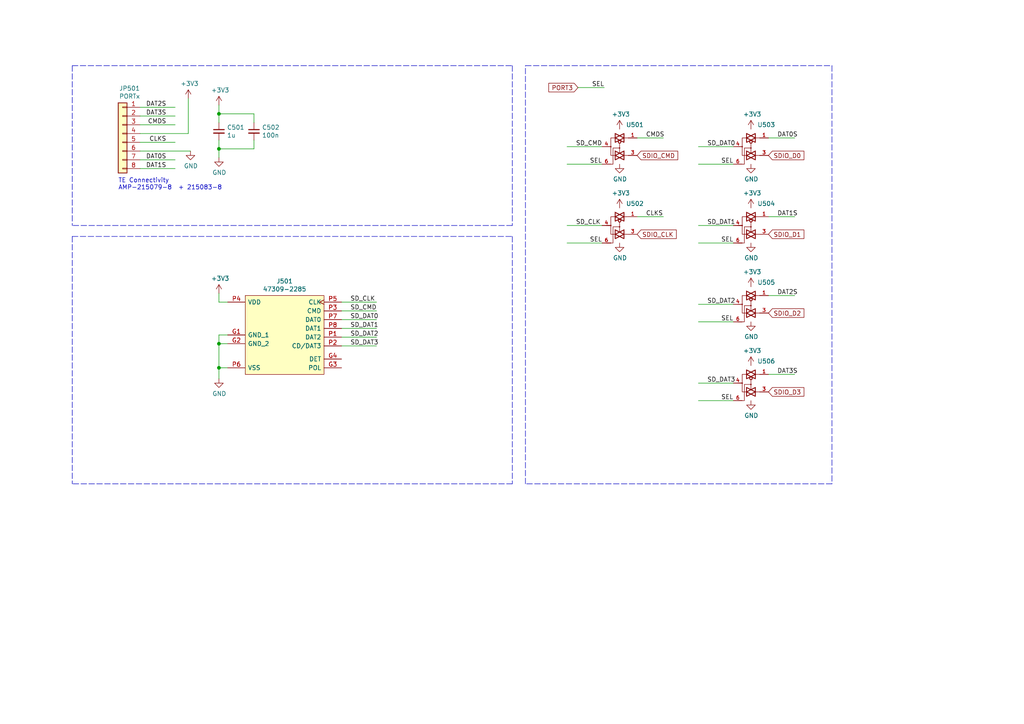
<source format=kicad_sch>
(kicad_sch (version 20200608) (host eeschema "(5.99.0-1973-g8c57821e9)")
  (page 1 9)
  (paper "A4")
  (lib_symbols
    (symbol "47309-2285:47309-2285" (pin_names (offset 0.762))
      (property "Reference" "J" (at 29.21 7.62 0))
      (property "Value" "47309-2285" (at 29.21 5.08 0))
      (symbol "47309-2285_0_1"
        (polyline (pts (xy 5.08 2.54) (xy 27.94 2.54) (xy 27.94 -20.32) (xy 5.08 -20.32) (xy 5.08 2.54)) (stroke (width 0.152)) (fill (type background)))
      )
      (symbol "47309-2285_0_0"
        (pin passive line (at 0 -8.89 0) (length 5.08) (name "GND_1") (number "G1"))
        (pin passive line (at 0 -11.43 0) (length 5.08) (name "GND_2") (number "G2"))
        (pin passive line (at 33.02 -18.415 180) (length 5.08) (name "POL") (number "G3"))
        (pin passive line (at 33.02 -15.875 180) (length 5.08) (name "DET") (number "G4"))
        (pin passive line (at 33.02 -9.525 180) (length 5.08) (name "DAT2") (number "P1"))
        (pin passive line (at 33.02 -12.065 180) (length 5.08) (name "CD/DAT3") (number "P2"))
        (pin passive line (at 33.02 -1.905 180) (length 5.08) (name "CMD") (number "P3"))
        (pin passive line (at 0 0.635 0) (length 5.08) (name "VDD") (number "P4"))
        (pin passive clock (at 33.02 0.635 180) (length 5.08) (name "CLK") (number "P5"))
        (pin passive line (at 0 -18.415 0) (length 5.08) (name "VSS") (number "P6"))
        (pin passive line (at 33.02 -4.445 180) (length 5.08) (name "DAT0") (number "P7"))
        (pin passive line (at 33.02 -6.985 180) (length 5.08) (name "DAT1") (number "P8"))
      )
    )
    (symbol "74LVC1G3157:74LVC1G3157"
      (property "Reference" "U" (at -2.54 5.08 0))
      (property "Value" "74LVC1G3157" (at 0 -6.35 0))
      (symbol "74LVC1G3157_0_0"
        (circle (center -2.54 0) (radius 0.127))
        (circle (center 0 -0.381) (radius 0.127))
        (circle (center 0 1.397) (radius 0.381) (stroke (width 0.254)))
        (polyline (pts (xy -3.81 -5.08) (xy -2.54 -5.08)))
        (polyline (pts (xy -3.81 0) (xy -2.54 0)))
        (polyline (pts (xy 2.54 -2.54) (xy 1.27 -2.54)))
        (polyline (pts (xy 2.54 2.54) (xy 1.27 2.54)))
        (polyline (pts (xy 0 1.016) (xy 0 0) (xy 0 -1.905)))
        (polyline (pts (xy -1.27 -2.54) (xy 0 -3.175) (xy -1.27 -3.81) (xy -1.27 -2.54)) (stroke (width 0.254)))
        (polyline (pts (xy -1.27 -1.27) (xy -1.27 -2.54) (xy 0 -1.905) (xy -1.27 -1.27)) (stroke (width 0.254)))
        (polyline (pts (xy -1.27 2.54) (xy 0 1.905) (xy -1.27 1.27) (xy -1.27 2.54)) (stroke (width 0.254)))
        (polyline (pts (xy -1.27 3.81) (xy 0 3.175) (xy -1.27 2.54) (xy -1.27 3.81)) (stroke (width 0.254)))
        (polyline (pts (xy 0 -0.381) (xy -1.905 -0.381) (xy -1.905 -5.08) (xy -2.54 -5.08)))
        (polyline (pts (xy 1.27 -2.54) (xy 0 -3.175) (xy 1.27 -3.81) (xy 1.27 -2.54)) (stroke (width 0.254)))
        (polyline (pts (xy 1.27 -1.27) (xy 1.27 -2.54) (xy 0 -1.905) (xy 1.27 -1.27)) (stroke (width 0.254)))
        (polyline (pts (xy 1.27 2.54) (xy 1.27 1.27) (xy 0 1.905) (xy 1.27 2.54)) (stroke (width 0.254)))
        (polyline (pts (xy 1.27 2.54) (xy 1.27 3.81) (xy 0 3.175) (xy 1.27 2.54)) (stroke (width 0.254)))
        (polyline (pts (xy -1.27 2.54) (xy -2.54 2.54) (xy -2.54 0) (xy -2.54 -2.54) (xy -1.27 -2.54)))
        (pin power_in line (at 0 -5.08 270) (length 0) hide (name "GND") (number "2"))
        (pin power_in line (at 0 5.08 90) (length 0) hide (name "VCC") (number "5"))
        (pin bidirectional line (at 5.08 2.54 180) (length 2.54) (name "~") (number "1"))
        (pin bidirectional line (at 5.08 -2.54 180) (length 2.54) (name "~") (number "3"))
        (pin bidirectional line (at -5.08 0 0) (length 2.54) (name "~") (number "4"))
        (pin input line (at -5.08 -5.08 0) (length 2.54) (name "~") (number "6"))
      )
    )
    (symbol "74LVC1G3157:74LVC1G3157_1"
      (property "Reference" "U" (at -2.54 5.08 0))
      (property "Value" "74LVC1G3157" (at 0 -6.35 0))
      (symbol "74LVC1G3157_1_0_0"
        (circle (center -2.54 0) (radius 0.127))
        (circle (center 0 -0.381) (radius 0.127))
        (circle (center 0 1.397) (radius 0.381) (stroke (width 0.254)))
        (polyline (pts (xy -3.81 -5.08) (xy -2.54 -5.08)))
        (polyline (pts (xy -3.81 0) (xy -2.54 0)))
        (polyline (pts (xy 2.54 -2.54) (xy 1.27 -2.54)))
        (polyline (pts (xy 2.54 2.54) (xy 1.27 2.54)))
        (polyline (pts (xy 0 1.016) (xy 0 0) (xy 0 -1.905)))
        (polyline (pts (xy -1.27 -2.54) (xy 0 -3.175) (xy -1.27 -3.81) (xy -1.27 -2.54)) (stroke (width 0.254)))
        (polyline (pts (xy -1.27 -1.27) (xy -1.27 -2.54) (xy 0 -1.905) (xy -1.27 -1.27)) (stroke (width 0.254)))
        (polyline (pts (xy -1.27 2.54) (xy 0 1.905) (xy -1.27 1.27) (xy -1.27 2.54)) (stroke (width 0.254)))
        (polyline (pts (xy -1.27 3.81) (xy 0 3.175) (xy -1.27 2.54) (xy -1.27 3.81)) (stroke (width 0.254)))
        (polyline (pts (xy 0 -0.381) (xy -1.905 -0.381) (xy -1.905 -5.08) (xy -2.54 -5.08)))
        (polyline (pts (xy 1.27 -2.54) (xy 0 -3.175) (xy 1.27 -3.81) (xy 1.27 -2.54)) (stroke (width 0.254)))
        (polyline (pts (xy 1.27 -1.27) (xy 1.27 -2.54) (xy 0 -1.905) (xy 1.27 -1.27)) (stroke (width 0.254)))
        (polyline (pts (xy 1.27 2.54) (xy 1.27 1.27) (xy 0 1.905) (xy 1.27 2.54)) (stroke (width 0.254)))
        (polyline (pts (xy 1.27 2.54) (xy 1.27 3.81) (xy 0 3.175) (xy 1.27 2.54)) (stroke (width 0.254)))
        (polyline (pts (xy -1.27 2.54) (xy -2.54 2.54) (xy -2.54 0) (xy -2.54 -2.54) (xy -1.27 -2.54)))
        (pin power_in line (at 0 -5.08 270) (length 0) hide (name "GND") (number "2"))
        (pin power_in line (at 0 5.08 90) (length 0) hide (name "VCC") (number "5"))
        (pin bidirectional line (at 5.08 2.54 180) (length 2.54) (name "~") (number "1"))
        (pin bidirectional line (at 5.08 -2.54 180) (length 2.54) (name "~") (number "3"))
        (pin bidirectional line (at -5.08 0 0) (length 2.54) (name "~") (number "4"))
        (pin input line (at -5.08 -5.08 0) (length 2.54) (name "~") (number "6"))
      )
    )
    (symbol "74LVC1G3157:74LVC1G3157_2"
      (property "Reference" "U" (at -2.54 5.08 0))
      (property "Value" "74LVC1G3157" (at 0 -6.35 0))
      (symbol "74LVC1G3157_2_0_0"
        (circle (center -2.54 0) (radius 0.127))
        (circle (center 0 -0.381) (radius 0.127))
        (circle (center 0 1.397) (radius 0.381) (stroke (width 0.254)))
        (polyline (pts (xy -3.81 -5.08) (xy -2.54 -5.08)))
        (polyline (pts (xy -3.81 0) (xy -2.54 0)))
        (polyline (pts (xy 2.54 -2.54) (xy 1.27 -2.54)))
        (polyline (pts (xy 2.54 2.54) (xy 1.27 2.54)))
        (polyline (pts (xy 0 1.016) (xy 0 0) (xy 0 -1.905)))
        (polyline (pts (xy -1.27 -2.54) (xy 0 -3.175) (xy -1.27 -3.81) (xy -1.27 -2.54)) (stroke (width 0.254)))
        (polyline (pts (xy -1.27 -1.27) (xy -1.27 -2.54) (xy 0 -1.905) (xy -1.27 -1.27)) (stroke (width 0.254)))
        (polyline (pts (xy -1.27 2.54) (xy 0 1.905) (xy -1.27 1.27) (xy -1.27 2.54)) (stroke (width 0.254)))
        (polyline (pts (xy -1.27 3.81) (xy 0 3.175) (xy -1.27 2.54) (xy -1.27 3.81)) (stroke (width 0.254)))
        (polyline (pts (xy 0 -0.381) (xy -1.905 -0.381) (xy -1.905 -5.08) (xy -2.54 -5.08)))
        (polyline (pts (xy 1.27 -2.54) (xy 0 -3.175) (xy 1.27 -3.81) (xy 1.27 -2.54)) (stroke (width 0.254)))
        (polyline (pts (xy 1.27 -1.27) (xy 1.27 -2.54) (xy 0 -1.905) (xy 1.27 -1.27)) (stroke (width 0.254)))
        (polyline (pts (xy 1.27 2.54) (xy 1.27 1.27) (xy 0 1.905) (xy 1.27 2.54)) (stroke (width 0.254)))
        (polyline (pts (xy 1.27 2.54) (xy 1.27 3.81) (xy 0 3.175) (xy 1.27 2.54)) (stroke (width 0.254)))
        (polyline (pts (xy -1.27 2.54) (xy -2.54 2.54) (xy -2.54 0) (xy -2.54 -2.54) (xy -1.27 -2.54)))
        (pin power_in line (at 0 -5.08 270) (length 0) hide (name "GND") (number "2"))
        (pin power_in line (at 0 5.08 90) (length 0) hide (name "VCC") (number "5"))
        (pin bidirectional line (at 5.08 2.54 180) (length 2.54) (name "~") (number "1"))
        (pin bidirectional line (at 5.08 -2.54 180) (length 2.54) (name "~") (number "3"))
        (pin bidirectional line (at -5.08 0 0) (length 2.54) (name "~") (number "4"))
        (pin input line (at -5.08 -5.08 0) (length 2.54) (name "~") (number "6"))
      )
    )
    (symbol "Connector_Generic:Conn_01x08" (pin_names hide)
      (property "Reference" "J" (at 0 10.16 0))
      (property "Value" "Conn_01x08" (at 0 -12.7 0))
      (symbol "Conn_01x08_1_1"
        (rectangle (start -1.27 -4.953) (end 0 -5.207) (stroke (width 0.1524)))
        (rectangle (start -1.27 -7.493) (end 0 -7.747) (stroke (width 0.1524)))
        (rectangle (start -1.27 -10.033) (end 0 -10.287) (stroke (width 0.1524)))
        (rectangle (start -1.27 -2.413) (end 0 -2.667) (stroke (width 0.1524)))
        (rectangle (start -1.27 2.667) (end 0 2.413) (stroke (width 0.1524)))
        (rectangle (start -1.27 5.207) (end 0 4.953) (stroke (width 0.1524)))
        (rectangle (start -1.27 7.747) (end 0 7.493) (stroke (width 0.1524)))
        (rectangle (start -1.27 8.89) (end 1.27 -11.43) (stroke (width 0.254)) (fill (type background)))
        (rectangle (start -1.27 0.127) (end 0 -0.127) (stroke (width 0.1524)))
        (pin passive line (at -5.08 7.62 0) (length 3.81) (name "Pin_1") (number "1"))
        (pin passive line (at -5.08 5.08 0) (length 3.81) (name "Pin_2") (number "2"))
        (pin passive line (at -5.08 2.54 0) (length 3.81) (name "Pin_3") (number "3"))
        (pin passive line (at -5.08 0 0) (length 3.81) (name "Pin_4") (number "4"))
        (pin passive line (at -5.08 -2.54 0) (length 3.81) (name "Pin_5") (number "5"))
        (pin passive line (at -5.08 -5.08 0) (length 3.81) (name "Pin_6") (number "6"))
        (pin passive line (at -5.08 -7.62 0) (length 3.81) (name "Pin_7") (number "7"))
        (pin passive line (at -5.08 -10.16 0) (length 3.81) (name "Pin_8") (number "8"))
      )
    )
    (symbol "Device:C_Small_1" (pin_numbers hide) (pin_names (offset 0.254) hide)
      (property "Reference" "C" (at 0.254 1.778 0))
      (property "Value" "C_Small" (at 0.254 -2.032 0))
      (symbol "C_Small_1_0_1"
        (polyline (pts (xy -1.524 -0.508) (xy 1.524 -0.508)) (stroke (width 0.3302)))
        (polyline (pts (xy -1.524 0.508) (xy 1.524 0.508)) (stroke (width 0.3048)))
      )
      (symbol "C_Small_1_1_1"
        (pin passive line (at 0 2.54 270) (length 2.032) (name "~") (number "1"))
        (pin passive line (at 0 -2.54 90) (length 2.032) (name "~") (number "2"))
      )
    )
    (symbol "Device:C_Small_2" (pin_numbers hide) (pin_names (offset 0.254) hide)
      (property "Reference" "C" (at 0.254 1.778 0))
      (property "Value" "C_Small" (at 0.254 -2.032 0))
      (symbol "C_Small_2_0_1"
        (polyline (pts (xy -1.524 -0.508) (xy 1.524 -0.508)) (stroke (width 0.3302)))
        (polyline (pts (xy -1.524 0.508) (xy 1.524 0.508)) (stroke (width 0.3048)))
      )
      (symbol "C_Small_2_1_1"
        (pin passive line (at 0 2.54 270) (length 2.032) (name "~") (number "1"))
        (pin passive line (at 0 -2.54 90) (length 2.032) (name "~") (number "2"))
      )
    )
    (symbol "power:+3V3" (power) (pin_names (offset 0))
      (property "Value" "+3V3" (at 0 3.556 0))
      (symbol "+3V3_0_1"
        (polyline (pts (xy -0.762 1.27) (xy 0 2.54)))
        (polyline (pts (xy 0 0) (xy 0 2.54)))
        (polyline (pts (xy 0 2.54) (xy 0.762 1.27)))
      )
      (symbol "+3V3_1_1"
        (pin power_in line (at 0 0 90) (length 0) hide (name "+3V3") (number "1"))
      )
    )
    (symbol "power:GND" (power) (pin_names (offset 0))
      (property "Value" "GND" (at 0 -3.81 0))
      (symbol "GND_0_1"
        (polyline (pts (xy 0 0) (xy 0 -1.27) (xy 1.27 -1.27) (xy 0 -2.54) (xy -1.27 -1.27) (xy 0 -1.27)))
      )
      (symbol "GND_1_1"
        (pin power_in line (at 0 0 270) (length 0) hide (name "GND") (number "1"))
      )
    )
  )
  (junction (at 63.5 33.02))
  (junction (at 63.5 43.18))
  (junction (at 63.5 99.695))
  (junction (at 63.5 106.68))
  (wire (pts (xy 40.64 31.115) (xy 50.8 31.115)))
  (wire (pts (xy 40.64 33.655) (xy 50.8 33.655)))
  (wire (pts (xy 40.64 36.195) (xy 50.8 36.195)))
  (wire (pts (xy 40.64 41.275) (xy 50.8 41.275)))
  (wire (pts (xy 40.64 43.815) (xy 55.245 43.815)))
  (wire (pts (xy 40.64 46.355) (xy 50.8 46.355)))
  (wire (pts (xy 40.64 48.895) (xy 50.8 48.895)))
  (wire (pts (xy 54.61 28.575) (xy 54.61 38.735)))
  (wire (pts (xy 54.61 38.735) (xy 40.64 38.735)))
  (wire (pts (xy 63.5 30.48) (xy 63.5 33.02)))
  (wire (pts (xy 63.5 33.02) (xy 63.5 35.56)))
  (wire (pts (xy 63.5 40.64) (xy 63.5 43.18)))
  (wire (pts (xy 63.5 43.18) (xy 63.5 45.72)))
  (wire (pts (xy 63.5 85.09) (xy 63.5 87.63)))
  (wire (pts (xy 63.5 87.63) (xy 66.04 87.63)))
  (wire (pts (xy 63.5 97.155) (xy 66.04 97.155)))
  (wire (pts (xy 63.5 99.695) (xy 63.5 97.155)))
  (wire (pts (xy 63.5 99.695) (xy 66.04 99.695)))
  (wire (pts (xy 63.5 106.68) (xy 63.5 99.695)))
  (wire (pts (xy 63.5 106.68) (xy 66.04 106.68)))
  (wire (pts (xy 63.5 109.855) (xy 63.5 106.68)))
  (wire (pts (xy 73.66 33.02) (xy 63.5 33.02)))
  (wire (pts (xy 73.66 35.56) (xy 73.66 33.02)))
  (wire (pts (xy 73.66 40.64) (xy 73.66 43.18)))
  (wire (pts (xy 73.66 43.18) (xy 63.5 43.18)))
  (wire (pts (xy 99.06 87.63) (xy 109.22 87.63)))
  (wire (pts (xy 99.06 90.17) (xy 109.22 90.17)))
  (wire (pts (xy 99.06 92.71) (xy 109.22 92.71)))
  (wire (pts (xy 99.06 95.25) (xy 109.22 95.25)))
  (wire (pts (xy 99.06 97.79) (xy 109.22 97.79)))
  (wire (pts (xy 99.06 100.33) (xy 109.22 100.33)))
  (wire (pts (xy 164.465 42.545) (xy 174.625 42.545)))
  (wire (pts (xy 164.465 47.625) (xy 174.625 47.625)))
  (wire (pts (xy 164.465 65.405) (xy 174.625 65.405)))
  (wire (pts (xy 164.465 70.485) (xy 174.625 70.485)))
  (wire (pts (xy 167.64 25.4) (xy 175.26 25.4)))
  (wire (pts (xy 184.785 40.005) (xy 192.405 40.005)))
  (wire (pts (xy 184.785 62.865) (xy 192.405 62.865)))
  (wire (pts (xy 202.565 42.545) (xy 212.725 42.545)))
  (wire (pts (xy 202.565 47.625) (xy 212.725 47.625)))
  (wire (pts (xy 202.565 65.405) (xy 212.725 65.405)))
  (wire (pts (xy 202.565 70.485) (xy 212.725 70.485)))
  (wire (pts (xy 202.565 88.265) (xy 212.725 88.265)))
  (wire (pts (xy 202.565 93.345) (xy 212.725 93.345)))
  (wire (pts (xy 202.565 111.125) (xy 212.725 111.125)))
  (wire (pts (xy 202.565 116.205) (xy 212.725 116.205)))
  (wire (pts (xy 222.885 40.005) (xy 230.505 40.005)))
  (wire (pts (xy 222.885 62.865) (xy 230.505 62.865)))
  (wire (pts (xy 222.885 85.725) (xy 230.505 85.725)))
  (wire (pts (xy 222.885 108.585) (xy 230.505 108.585)))
  (polyline (pts (xy 20.955 19.05) (xy 20.955 65.405)) (stroke (width 0) (type dash)))
  (polyline (pts (xy 20.955 19.05) (xy 148.59 19.05)) (stroke (width 0) (type dash)))
  (polyline (pts (xy 20.955 68.58) (xy 20.955 140.335)) (stroke (width 0) (type dash)))
  (polyline (pts (xy 20.955 68.58) (xy 148.59 68.58)) (stroke (width 0) (type dash)))
  (polyline (pts (xy 148.59 19.05) (xy 148.59 65.405)) (stroke (width 0) (type dash)))
  (polyline (pts (xy 148.59 65.405) (xy 20.955 65.405)) (stroke (width 0) (type dash)))
  (polyline (pts (xy 148.59 68.58) (xy 148.59 140.335)) (stroke (width 0) (type dash)))
  (polyline (pts (xy 148.59 140.335) (xy 20.955 140.335)) (stroke (width 0) (type dash)))
  (polyline (pts (xy 152.4 19.05) (xy 161.29 19.05)) (stroke (width 0) (type dash)))
  (polyline (pts (xy 152.4 140.335) (xy 152.4 19.05)) (stroke (width 0) (type dash)))
  (polyline (pts (xy 161.29 19.05) (xy 241.3 19.05)) (stroke (width 0) (type dash)))
  (polyline (pts (xy 241.3 19.05) (xy 241.3 140.335)) (stroke (width 0) (type dash)))
  (polyline (pts (xy 241.3 140.335) (xy 152.4 140.335)) (stroke (width 0) (type dash)))
  (text "TE Connectivity\nAMP-215079-8  + 215083-8" (at 34.29 55.245 0) (effects (font (size 1.27 1.27)) (justify left bottom)))
  (label "DAT2S" (at 48.26 31.115 180))
  (label "DAT3S" (at 48.26 33.655 180))
  (label "CMDS" (at 48.26 36.195 180))
  (label "CLKS" (at 48.26 41.275 180))
  (label "DAT0S" (at 48.26 46.355 180))
  (label "DAT1S" (at 48.26 48.895 180))
  (label "SD_CLK" (at 101.6 87.63 0))
  (label "SD_CMD" (at 101.6 90.17 0))
  (label "SD_DAT0" (at 101.6 92.71 0))
  (label "SD_DAT1" (at 101.6 95.25 0))
  (label "SD_DAT2" (at 101.6 97.79 0))
  (label "SD_DAT3" (at 101.6 100.33 0))
  (label "SD_CMD" (at 167.005 42.545 0))
  (label "SD_CLK" (at 167.005 65.405 0))
  (label "SEL" (at 174.625 47.625 180))
  (label "SEL" (at 174.625 70.485 180))
  (label "SEL" (at 175.26 25.4 180))
  (label "CMDS" (at 187.325 40.005 0))
  (label "CLKS" (at 187.325 62.865 0))
  (label "SD_DAT0" (at 205.105 42.545 0))
  (label "SD_DAT1" (at 205.105 65.405 0))
  (label "SD_DAT2" (at 205.105 88.265 0))
  (label "SD_DAT3" (at 205.105 111.125 0))
  (label "SEL" (at 212.725 47.625 180))
  (label "SEL" (at 212.725 70.485 180))
  (label "SEL" (at 212.725 93.345 180))
  (label "SEL" (at 212.725 116.205 180))
  (label "DAT0S" (at 225.425 40.005 0))
  (label "DAT1S" (at 225.425 62.865 0))
  (label "DAT2S" (at 225.425 85.725 0))
  (label "DAT3S" (at 225.425 108.585 0))
  (global_label "PORT3" (shape input) (at 167.64 25.4 180))
  (global_label "SDIO_CMD" (shape input) (at 184.785 45.085 0))
  (global_label "SDIO_CLK" (shape input) (at 184.785 67.945 0))
  (global_label "SDIO_D0" (shape input) (at 222.885 45.085 0))
  (global_label "SDIO_D1" (shape input) (at 222.885 67.945 0))
  (global_label "SDIO_D2" (shape input) (at 222.885 90.805 0))
  (global_label "SDIO_D3" (shape input) (at 222.885 113.665 0))
  (symbol (lib_id "power:+3V3") (at 54.61 28.575 0) (unit 1)
    (property "Reference" "#PWR0501" (effects hide))
    (property "Value" "+3V3" (at 54.9783 24.2506 0))
  )
  (symbol (lib_id "power:+3V3") (at 63.5 30.48 0) (unit 1)
    (property "Reference" "#PWR0503" (effects hide))
    (property "Value" "+3V3" (at 63.8683 26.1556 0))
  )
  (symbol (lib_id "power:+3V3") (at 63.5 85.09 0) (unit 1)
    (property "Reference" "#PWR0505" (effects hide))
    (property "Value" "+3V3" (at 63.8683 80.7656 0))
  )
  (symbol (lib_id "power:+3V3") (at 179.705 37.465 0) (unit 1)
    (property "Reference" "#PWR0507" (effects hide))
    (property "Value" "+3V3" (at 180.0733 33.1406 0))
  )
  (symbol (lib_id "power:+3V3") (at 179.705 60.325 0) (unit 1)
    (property "Reference" "#PWR0509" (effects hide))
    (property "Value" "+3V3" (at 180.0733 56.0006 0))
  )
  (symbol (lib_id "power:+3V3") (at 217.805 37.465 0) (unit 1)
    (property "Reference" "#PWR0511" (effects hide))
    (property "Value" "+3V3" (at 218.1733 33.1406 0))
  )
  (symbol (lib_id "power:+3V3") (at 217.805 60.325 0) (unit 1)
    (property "Reference" "#PWR0513" (effects hide))
    (property "Value" "+3V3" (at 218.1733 56.0006 0))
  )
  (symbol (lib_id "power:+3V3") (at 217.805 83.185 0) (unit 1)
    (property "Reference" "#PWR0515" (effects hide))
    (property "Value" "+3V3" (at 218.1733 78.8606 0))
  )
  (symbol (lib_id "power:+3V3") (at 217.805 106.045 0) (unit 1)
    (property "Reference" "#PWR0517" (effects hide))
    (property "Value" "+3V3" (at 218.1733 101.7206 0))
  )
  (symbol (lib_id "power:GND") (at 55.245 43.815 0) (unit 1)
    (property "Reference" "#PWR0502" (effects hide))
    (property "Value" "GND" (at 55.3593 48.1394 0))
  )
  (symbol (lib_id "power:GND") (at 63.5 45.72 0) (unit 1)
    (property "Reference" "#PWR0504" (effects hide))
    (property "Value" "GND" (at 63.6143 50.0444 0))
  )
  (symbol (lib_id "power:GND") (at 63.5 109.855 0) (unit 1)
    (property "Reference" "#PWR0506" (effects hide))
    (property "Value" "GND" (at 63.6143 114.1794 0))
  )
  (symbol (lib_id "power:GND") (at 179.705 47.625 0) (unit 1)
    (property "Reference" "#PWR0508" (effects hide))
    (property "Value" "GND" (at 179.8193 51.9494 0))
  )
  (symbol (lib_id "power:GND") (at 179.705 70.485 0) (unit 1)
    (property "Reference" "#PWR0510" (effects hide))
    (property "Value" "GND" (at 179.8193 74.8094 0))
  )
  (symbol (lib_id "power:GND") (at 217.805 47.625 0) (unit 1)
    (property "Reference" "#PWR0512" (effects hide))
    (property "Value" "GND" (at 217.9193 51.9494 0))
  )
  (symbol (lib_id "power:GND") (at 217.805 70.485 0) (unit 1)
    (property "Reference" "#PWR0514" (effects hide))
    (property "Value" "GND" (at 217.9193 74.8094 0))
  )
  (symbol (lib_id "power:GND") (at 217.805 93.345 0) (unit 1)
    (property "Reference" "#PWR0516" (effects hide))
    (property "Value" "GND" (at 217.9193 97.6694 0))
  )
  (symbol (lib_id "power:GND") (at 217.805 116.205 0) (unit 1)
    (property "Reference" "#PWR0518" (effects hide))
    (property "Value" "GND" (at 217.9193 120.5294 0))
  )
  (symbol (lib_name "Device:C_Small_1") (lib_id "Device:C_Small") (at 63.5 38.1 0) (unit 1)
    (property "Reference" "C501" (at 65.8242 36.9506 0) (effects (justify left)))
    (property "Value" "1u" (at 65.8242 39.2493 0) (effects (justify left)))
    (property "Footprint" "Capacitor_SMD:C_0402_1005Metric" (effects hide))
  )
  (symbol (lib_name "Device:C_Small_2") (lib_id "Device:C_Small") (at 73.66 38.1 0) (unit 1)
    (property "Reference" "C502" (at 75.9842 36.9506 0) (effects (justify left)))
    (property "Value" "100n" (at 75.984 39.249 0) (effects (justify left)))
    (property "Footprint" "Capacitor_SMD:C_0402_1005Metric" (effects hide))
  )
  (symbol (lib_name "74LVC1G3157:74LVC1G3157_2") (lib_id "74LVC1G3157:74LVC1G3157") (at 179.705 42.545 0) (unit 1)
    (property "Reference" "U501" (at 184.15 36.195 0))
    (property "Value" "74LVC1G3157" (effects hide))
    (property "Footprint" "Package_TO_SOT_SMD:SOT-363_SC-70-6" (effects hide))
    (property "Datasheet" "https://www.ti.com/lit/ds/symlink/sn74lvc1g3157.pdf" (effects hide))
  )
  (symbol (lib_name "74LVC1G3157:74LVC1G3157_1") (lib_id "74LVC1G3157:74LVC1G3157") (at 179.705 65.405 0) (unit 1)
    (property "Reference" "U502" (at 184.15 59.055 0))
    (property "Value" "74LVC1G3157" (effects hide))
    (property "Footprint" "Package_TO_SOT_SMD:SOT-363_SC-70-6" (effects hide))
    (property "Datasheet" "https://www.ti.com/lit/ds/symlink/sn74lvc1g3157.pdf" (effects hide))
  )
  (symbol (lib_id "74LVC1G3157:74LVC1G3157") (at 217.805 42.545 0) (unit 1)
    (property "Reference" "U503" (at 222.25 36.195 0))
    (property "Value" "74LVC1G3157" (effects hide))
    (property "Footprint" "Package_TO_SOT_SMD:SOT-363_SC-70-6" (effects hide))
    (property "Datasheet" "https://www.ti.com/lit/ds/symlink/sn74lvc1g3157.pdf" (effects hide))
  )
  (symbol (lib_id "74LVC1G3157:74LVC1G3157") (at 217.805 65.405 0) (unit 1)
    (property "Reference" "U504" (at 222.25 59.055 0))
    (property "Value" "74LVC1G3157" (effects hide))
    (property "Footprint" "Package_TO_SOT_SMD:SOT-363_SC-70-6" (effects hide))
    (property "Datasheet" "https://www.ti.com/lit/ds/symlink/sn74lvc1g3157.pdf" (effects hide))
  )
  (symbol (lib_id "74LVC1G3157:74LVC1G3157") (at 217.805 88.265 0) (unit 1)
    (property "Reference" "U505" (at 222.25 81.915 0))
    (property "Value" "74LVC1G3157" (effects hide))
    (property "Footprint" "Package_TO_SOT_SMD:SOT-363_SC-70-6" (effects hide))
    (property "Datasheet" "https://www.ti.com/lit/ds/symlink/sn74lvc1g3157.pdf" (effects hide))
  )
  (symbol (lib_id "74LVC1G3157:74LVC1G3157") (at 217.805 111.125 0) (unit 1)
    (property "Reference" "U506" (at 222.25 104.775 0))
    (property "Value" "74LVC1G3157" (effects hide))
    (property "Footprint" "Package_TO_SOT_SMD:SOT-363_SC-70-6" (effects hide))
    (property "Datasheet" "https://www.ti.com/lit/ds/symlink/sn74lvc1g3157.pdf" (effects hide))
  )
  (symbol (lib_id "Connector_Generic:Conn_01x08") (at 35.56 38.735 0) (mirror y) (unit 1)
    (property "Reference" "JP501" (at 37.592 25.635 0))
    (property "Value" "PORTx" (at 37.592 27.9335 0))
    (property "Footprint" "Connector_JST:JST_PH_S8B-PH-K_1x08_P2.00mm_Horizontal" (effects hide))
  )
  (symbol (lib_id "47309-2285:47309-2285") (at 66.04 88.265 0) (unit 1)
    (property "Reference" "J501" (at 82.55 81.566 0))
    (property "Value" "47309-2285" (at 82.55 83.8645 0))
    (property "Footprint" "footprints:47309-2285" (effects hide))
    (property "Datasheet" "https://www.molex.com/pdm_docs/sd/473092285_sd.pdf" (effects hide))
    (property "Mouser Part#" "538-47309-2285" (effects hide))
  )
)
</source>
